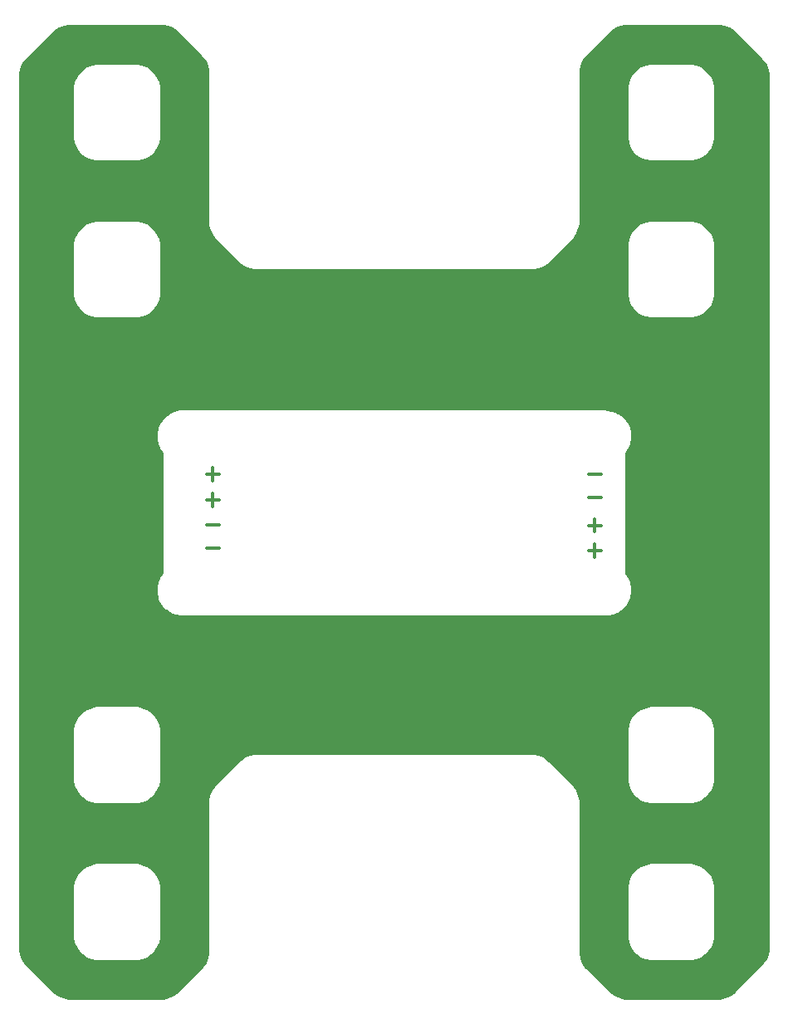
<source format=gbo>
G04*
G04 #@! TF.GenerationSoftware,Altium Limited,Altium Designer,20.2.6 (244)*
G04*
G04 Layer_Color=32896*
%FSLAX44Y44*%
%MOMM*%
G71*
G04*
G04 #@! TF.SameCoordinates,16E07C71-212E-40B3-9EE3-4B1C9690829F*
G04*
G04*
G04 #@! TF.FilePolarity,Positive*
G04*
G01*
G75*
%ADD16C,0.3000*%
%ADD17R,12.4104X7.0000*%
G36*
X1091394Y1028524D02*
X1096016Y1026609D01*
X1100176Y1023829D01*
X1101945Y1022060D01*
X1101945Y1022060D01*
X1129586Y994420D01*
X1131355Y992651D01*
X1134135Y988491D01*
X1136049Y983868D01*
X1137026Y978961D01*
Y976459D01*
Y88541D01*
Y86039D01*
X1136049Y81132D01*
X1134135Y76509D01*
X1131355Y72349D01*
X1129586Y70580D01*
X1129586D01*
X1129586Y70580D01*
X1101945Y42940D01*
X1100176Y41171D01*
X1096016Y38391D01*
X1091394Y36476D01*
X1086486Y35500D01*
X989545D01*
X984638Y36476D01*
X980015Y38391D01*
X975855Y41171D01*
X974086Y42940D01*
X950215Y66811D01*
X948446Y68580D01*
X945666Y72740D01*
X943752Y77362D01*
X942776Y82269D01*
Y84771D01*
Y236229D01*
X942653Y238719D01*
X941682Y243602D01*
X939776Y248202D01*
X937010Y252343D01*
X935336Y254189D01*
X935336Y254189D01*
X911965Y277561D01*
X910118Y279234D01*
X905978Y282001D01*
X901378Y283906D01*
X896494Y284878D01*
X894005Y285000D01*
X614271D01*
X611781Y284878D01*
X606898Y283906D01*
X602298Y282001D01*
X598157Y279234D01*
X596311Y277561D01*
X596311Y277561D01*
Y277561D01*
X572939Y254189D01*
X571265Y252342D01*
X568499Y248202D01*
X566594Y243602D01*
X565622Y238719D01*
X565500Y236229D01*
Y84771D01*
Y82269D01*
X564524Y77362D01*
X562609Y72740D01*
X559829Y68580D01*
X558060Y66810D01*
X558060D01*
X558060Y66810D01*
X534189Y42940D01*
X532421Y41171D01*
X528260Y38391D01*
X523638Y36476D01*
X518731Y35500D01*
X421789D01*
X416882Y36476D01*
X412259Y38391D01*
X408099Y41171D01*
X406330Y42940D01*
X378689Y70580D01*
X376921Y72349D01*
X374141Y76509D01*
X372226Y81132D01*
X371250Y86039D01*
Y88541D01*
Y976459D01*
Y978961D01*
X372226Y983868D01*
X374141Y988491D01*
X376921Y992651D01*
X378689Y994420D01*
Y994420D01*
X406330Y1022060D01*
X408099Y1023829D01*
X412259Y1026609D01*
X416882Y1028524D01*
X421789Y1029500D01*
X518731D01*
X523638Y1028524D01*
X528260Y1026609D01*
X532421Y1023829D01*
X534189Y1022060D01*
X534189Y1022060D01*
X558060Y998189D01*
X559829Y996421D01*
X562609Y992260D01*
X564524Y987638D01*
X565500Y982731D01*
Y980229D01*
Y828771D01*
X565622Y826281D01*
X566594Y821398D01*
X568499Y816798D01*
X571265Y812657D01*
X572939Y810810D01*
X596311Y787439D01*
X598158Y785766D01*
X602298Y782999D01*
X606898Y781094D01*
X611781Y780122D01*
X614271Y780000D01*
X894005D01*
X896494Y780122D01*
X901378Y781094D01*
X905978Y782999D01*
X910118Y785766D01*
X911965Y787439D01*
X911965D01*
X935336Y810810D01*
X937010Y812657D01*
X939776Y816798D01*
X941682Y821398D01*
X942653Y826281D01*
X942776Y828771D01*
Y980229D01*
Y982731D01*
X943752Y987638D01*
X945666Y992260D01*
X948446Y996421D01*
X950215Y998189D01*
Y998189D01*
X974086Y1022060D01*
X975855Y1023829D01*
X980015Y1026609D01*
X984638Y1028524D01*
X989545Y1029500D01*
X1086486D01*
X1091394Y1028524D01*
D02*
G37*
%LPC*%
G36*
X1057352Y988650D02*
X1015598D01*
X1010691Y987674D01*
X1006069Y985759D01*
X1001908Y982979D01*
X998371Y979442D01*
X995591Y975281D01*
X993676Y970659D01*
X992700Y965752D01*
Y963250D01*
Y942501D01*
X992670Y942471D01*
X992670D01*
Y916258D01*
Y913756D01*
X993646Y908849D01*
X995561Y904227D01*
X998340Y900066D01*
X1001878Y896528D01*
X1006038Y893749D01*
X1010661Y891834D01*
X1015568Y890858D01*
X1057352D01*
X1062259Y891834D01*
X1066881Y893749D01*
X1071041Y896528D01*
X1074579Y900066D01*
X1077359Y904227D01*
X1079274Y908849D01*
X1080250Y913756D01*
Y916258D01*
Y963250D01*
Y965752D01*
X1079274Y970659D01*
X1077359Y975281D01*
X1074579Y979442D01*
X1071041Y982979D01*
X1066881Y985759D01*
X1062259Y987674D01*
X1057352Y988650D01*
D02*
G37*
G36*
X492352D02*
X450598D01*
X445691Y987674D01*
X441069Y985759D01*
X436908Y982979D01*
X433371Y979442D01*
X430591Y975281D01*
X428676Y970659D01*
X427700Y965752D01*
Y963250D01*
Y942501D01*
X427670Y942471D01*
X427670D01*
Y916258D01*
Y913756D01*
X428646Y908849D01*
X430561Y904227D01*
X433340Y900066D01*
X436878Y896528D01*
X441038Y893749D01*
X445661Y891834D01*
X450568Y890858D01*
X492352D01*
X497259Y891834D01*
X501881Y893749D01*
X506041Y896528D01*
X509579Y900066D01*
X512359Y904227D01*
X514274Y908849D01*
X515250Y913756D01*
Y916258D01*
Y963250D01*
Y965752D01*
X514274Y970659D01*
X512359Y975281D01*
X509579Y979442D01*
X506041Y982979D01*
X501881Y985759D01*
X497259Y987674D01*
X492352Y988650D01*
D02*
G37*
G36*
X1057352Y828650D02*
X1015598D01*
X1010691Y827674D01*
X1006069Y825759D01*
X1001908Y822979D01*
X998371Y819442D01*
X995591Y815281D01*
X993676Y810659D01*
X992700Y805752D01*
Y803250D01*
Y782501D01*
X992670Y782471D01*
X992670D01*
Y756258D01*
Y753756D01*
X993646Y748849D01*
X995561Y744227D01*
X998340Y740066D01*
X1001878Y736528D01*
X1006038Y733749D01*
X1010661Y731834D01*
X1015568Y730858D01*
X1057352D01*
X1062259Y731834D01*
X1066881Y733749D01*
X1071041Y736528D01*
X1074579Y740066D01*
X1077359Y744227D01*
X1079274Y748849D01*
X1080250Y753756D01*
Y756258D01*
Y803250D01*
Y805752D01*
X1079274Y810659D01*
X1077359Y815281D01*
X1074579Y819442D01*
X1071041Y822979D01*
X1066881Y825759D01*
X1062259Y827674D01*
X1057352Y828650D01*
D02*
G37*
G36*
X492352D02*
X450598D01*
X445691Y827674D01*
X441069Y825759D01*
X436908Y822979D01*
X433371Y819442D01*
X430591Y815281D01*
X428676Y810659D01*
X427700Y805752D01*
Y803250D01*
Y782501D01*
X427670Y782471D01*
X427670D01*
Y756258D01*
Y753756D01*
X428646Y748849D01*
X430561Y744227D01*
X433340Y740066D01*
X436878Y736528D01*
X441038Y733749D01*
X445661Y731834D01*
X450568Y730858D01*
X492352D01*
X497259Y731834D01*
X501881Y733749D01*
X506041Y736528D01*
X509579Y740066D01*
X512359Y744227D01*
X514274Y748849D01*
X515250Y753756D01*
Y756258D01*
Y803250D01*
Y805752D01*
X514274Y810659D01*
X512359Y815281D01*
X509579Y819442D01*
X506041Y822979D01*
X501881Y825759D01*
X497259Y827674D01*
X492352Y828650D01*
D02*
G37*
G36*
X538752Y636094D02*
X538751Y636094D01*
X538750Y636094D01*
X536800D01*
X536209Y635977D01*
X535606D01*
X531782Y635216D01*
X531225Y634985D01*
X530634Y634868D01*
X527031Y633375D01*
X526530Y633041D01*
X525973Y632810D01*
X522730Y630643D01*
X522304Y630217D01*
X521803Y629882D01*
X520425Y628503D01*
X520424Y628503D01*
X519685Y627764D01*
X519685Y627764D01*
X518434Y626513D01*
X518099Y626012D01*
X517673Y625586D01*
X515708Y622644D01*
X515477Y622088D01*
X515142Y621586D01*
X513788Y618318D01*
X513671Y617727D01*
X513440Y617170D01*
X512750Y613700D01*
Y613098D01*
X512632Y612507D01*
Y607159D01*
X512750Y606568D01*
Y605966D01*
X513439Y602503D01*
X513669Y601946D01*
X513787Y601355D01*
X515138Y598093D01*
X515473Y597592D01*
X515703Y597035D01*
X517665Y594100D01*
X518091Y593674D01*
X518426Y593173D01*
X518750Y592849D01*
Y469913D01*
X518465Y469628D01*
X518130Y469127D01*
X517704Y468701D01*
X515723Y465736D01*
X515493Y465180D01*
X515158Y464679D01*
X513794Y461385D01*
X513676Y460794D01*
X513446Y460237D01*
X512750Y456741D01*
Y456138D01*
X512632Y455547D01*
Y450142D01*
X512750Y449551D01*
Y448948D01*
X513401Y445677D01*
X513631Y445120D01*
X513749Y444529D01*
X515025Y441447D01*
X515360Y440946D01*
X515591Y440389D01*
X517444Y437616D01*
X517870Y437190D01*
X518205Y436689D01*
X521009Y433884D01*
X521511Y433549D01*
X521936Y433123D01*
X525759Y430569D01*
X526315Y430339D01*
X526816Y430004D01*
X531063Y428245D01*
X531654Y428127D01*
X532211Y427897D01*
X536720Y427000D01*
X537322D01*
X537913Y426883D01*
X971568D01*
X972159Y427000D01*
X972762D01*
X976581Y427760D01*
X977138Y427990D01*
X977729Y428108D01*
X981326Y429598D01*
X981827Y429933D01*
X982384Y430163D01*
X985621Y432327D01*
X986048Y432753D01*
X986548Y433087D01*
X987925Y434464D01*
X987925Y434465D01*
X987926Y434465D01*
X987994Y434533D01*
X987994Y434533D01*
X989387Y435925D01*
X989721Y436427D01*
X990147Y436852D01*
X992336Y440128D01*
X992567Y440685D01*
X992901Y441186D01*
X994409Y444825D01*
X994526Y445416D01*
X994757Y445973D01*
X995526Y449837D01*
Y450439D01*
X995643Y451030D01*
Y454932D01*
X995526Y455523D01*
Y456125D01*
X994772Y459914D01*
X994541Y460471D01*
X994424Y461062D01*
X992945Y464631D01*
X992610Y465132D01*
X992380Y465689D01*
X990234Y468901D01*
X989808Y469327D01*
X989526Y469749D01*
Y593171D01*
X989766Y593531D01*
X990192Y593957D01*
X992359Y597200D01*
X992589Y597756D01*
X992924Y598257D01*
X994417Y601860D01*
X994534Y602451D01*
X994765Y603008D01*
X995526Y606833D01*
Y607436D01*
X995643Y608027D01*
Y613344D01*
X995526Y613935D01*
Y614538D01*
X994948Y617444D01*
X994717Y618001D01*
X994599Y618592D01*
X993465Y621329D01*
X993131Y621830D01*
X992900Y622387D01*
X991254Y624851D01*
X990828Y625277D01*
X990493Y625778D01*
X989445Y626826D01*
X989445Y626826D01*
X987688Y628583D01*
X987187Y628918D01*
X986761Y629344D01*
X982628Y632105D01*
X982072Y632336D01*
X981571Y632670D01*
X976979Y634572D01*
X976388Y634690D01*
X975831Y634921D01*
X970956Y635890D01*
X970354D01*
X969763Y636008D01*
X754140D01*
X538752Y636094D01*
D02*
G37*
G36*
X1057352Y333650D02*
X1015598D01*
X1010691Y332674D01*
X1006069Y330759D01*
X1001908Y327979D01*
X998371Y324441D01*
X995591Y320281D01*
X993676Y315659D01*
X992700Y310752D01*
Y308250D01*
Y287501D01*
X992670Y287471D01*
X992670D01*
Y261258D01*
Y258756D01*
X993646Y253849D01*
X995561Y249226D01*
X998340Y245066D01*
X1001878Y241528D01*
X1006038Y238749D01*
X1010661Y236834D01*
X1015568Y235858D01*
X1057352D01*
X1062259Y236834D01*
X1066881Y238749D01*
X1071041Y241528D01*
X1074579Y245066D01*
X1077359Y249226D01*
X1079274Y253849D01*
X1080250Y258756D01*
Y261258D01*
Y308250D01*
Y310752D01*
X1079274Y315659D01*
X1077359Y320281D01*
X1074579Y324441D01*
X1071041Y327979D01*
X1066881Y330759D01*
X1062259Y332674D01*
X1057352Y333650D01*
D02*
G37*
G36*
X492352D02*
X450598D01*
X445691Y332674D01*
X441069Y330759D01*
X436908Y327979D01*
X433371Y324441D01*
X430591Y320281D01*
X428676Y315659D01*
X427700Y310752D01*
Y308250D01*
Y287501D01*
X427670Y287471D01*
X427670D01*
Y261258D01*
Y258756D01*
X428646Y253849D01*
X430561Y249226D01*
X433340Y245066D01*
X436878Y241528D01*
X441038Y238749D01*
X445661Y236834D01*
X450568Y235858D01*
X492352D01*
X497259Y236834D01*
X501881Y238749D01*
X506041Y241528D01*
X509579Y245066D01*
X512359Y249226D01*
X514274Y253849D01*
X515250Y258756D01*
Y261258D01*
Y308250D01*
Y310752D01*
X514274Y315659D01*
X512359Y320281D01*
X509579Y324441D01*
X506041Y327979D01*
X501881Y330759D01*
X497259Y332674D01*
X492352Y333650D01*
D02*
G37*
G36*
X1057352Y173650D02*
X1015598D01*
X1010691Y172674D01*
X1006069Y170759D01*
X1001908Y167979D01*
X998371Y164442D01*
X995591Y160281D01*
X993676Y155659D01*
X992700Y150752D01*
Y148250D01*
Y127501D01*
X992670Y127471D01*
X992670D01*
Y101258D01*
Y98756D01*
X993646Y93849D01*
X995561Y89227D01*
X998340Y85066D01*
X1001878Y81529D01*
X1006038Y78749D01*
X1010661Y76834D01*
X1015568Y75858D01*
X1057352D01*
X1062259Y76834D01*
X1066881Y78749D01*
X1071041Y81529D01*
X1074579Y85066D01*
X1077359Y89227D01*
X1079274Y93849D01*
X1080250Y98756D01*
Y101258D01*
Y148250D01*
Y150752D01*
X1079274Y155659D01*
X1077359Y160281D01*
X1074579Y164442D01*
X1071041Y167979D01*
X1066881Y170759D01*
X1062259Y172674D01*
X1057352Y173650D01*
D02*
G37*
G36*
X492352D02*
X450598D01*
X445691Y172674D01*
X441069Y170759D01*
X436908Y167979D01*
X433371Y164442D01*
X430591Y160281D01*
X428676Y155659D01*
X427700Y150752D01*
Y148250D01*
Y127501D01*
X427670Y127471D01*
X427670D01*
Y101258D01*
Y98756D01*
X428646Y93849D01*
X430561Y89227D01*
X433340Y85066D01*
X436878Y81529D01*
X441038Y78749D01*
X445661Y76834D01*
X450568Y75858D01*
X492352D01*
X497259Y76834D01*
X501881Y78749D01*
X506041Y81529D01*
X509579Y85066D01*
X512359Y89227D01*
X514274Y93849D01*
X515250Y98756D01*
Y101258D01*
Y148250D01*
Y150752D01*
X514274Y155659D01*
X512359Y160281D01*
X509579Y164442D01*
X506041Y167979D01*
X501881Y170759D01*
X497259Y172674D01*
X492352Y173650D01*
D02*
G37*
%LPD*%
D16*
X575825Y571346D02*
X562496D01*
X569161Y578010D02*
Y564681D01*
X951997Y493475D02*
X965326D01*
X958661Y486811D02*
Y500140D01*
X951997Y547471D02*
X965326D01*
X951997Y518975D02*
X965326D01*
X958661Y512311D02*
Y525640D01*
X951997Y570721D02*
X965326D01*
X575825Y495846D02*
X562496D01*
X575825Y519096D02*
X562496D01*
X575825Y544950D02*
X562496D01*
X569161Y551614D02*
Y538285D01*
X919133Y346000D02*
X933795D01*
X919133Y360662D01*
Y364327D01*
X922799Y367993D01*
X930130D01*
X933795Y364327D01*
X911802D02*
X908137Y367993D01*
X900806D01*
X897141Y364327D01*
Y349665D01*
X900806Y346000D01*
X908137D01*
X911802Y349665D01*
Y364327D01*
X889809D02*
X886144Y367993D01*
X878813D01*
X875148Y364327D01*
Y360662D01*
X878813Y356996D01*
X882478D01*
X878813D01*
X875148Y353331D01*
Y349665D01*
X878813Y346000D01*
X886144D01*
X889809Y349665D01*
X867817Y367993D02*
X853155D01*
Y364327D01*
X867817Y349665D01*
Y346000D01*
X801838Y367993D02*
Y353331D01*
X794507Y346000D01*
X787176Y353331D01*
Y367993D01*
X779845Y346000D02*
X772514D01*
X776180D01*
Y367993D01*
X779845Y364327D01*
D17*
X638698Y359250D02*
D03*
M02*

</source>
